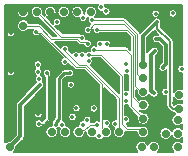
<source format=gbr>
%FSLAX35Y35*%
%MOIN*%
G04 EasyPC Gerber Version 18.0.9 Build 3640 *
%ADD96C,0.00300*%
%ADD10C,0.00500*%
%ADD16C,0.00600*%
%ADD84C,0.01000*%
%ADD15C,0.01200*%
%ADD95C,0.01400*%
%ADD12C,0.02800*%
X0Y0D02*
D02*
D10*
X1250Y4290D02*
G75*
G02X2768Y4900I1500J-1540D01*
G01*
X4756Y6888*
Y16831*
G75*
G02X5202Y17901I1508*
G01*
X11654Y24300*
G75*
G02X11558Y26520I883J1150*
G01*
G75*
G02X11323Y29050I578J1330*
G01*
G75*
G02X10687Y30250I814J1200*
G01*
G75*
G02X13587I1450*
G01*
G75*
G02X12950Y29050I-1450*
G01*
G75*
G02X13115Y26780I-814J-1200*
G01*
G75*
G02X13701Y24585I-578J-1330*
G01*
G75*
G02X13898Y22280I-864J-1235*
G01*
X7771Y16203*
Y6264*
G75*
G02X7330Y5198I-1507J0*
G01*
X4900Y2768*
G75*
G02Y2750I-2162J-9*
G01*
G75*
G02X4290Y1250I-2150*
G01*
X45210*
G75*
G02X44600Y2750I1540J1500*
G01*
G75*
G02X48750Y3539I2150*
G01*
G75*
G02X52900Y2750I2000J-789*
G01*
G75*
G02X52290Y1250I-2150*
G01*
X57210*
G75*
G02X60250Y4290I1540J1500*
G01*
Y5710*
G75*
G02X56750Y6461I-1500J1540*
G01*
G75*
G02X52600Y7250I-2000J789*
G01*
G75*
G02X56750Y8039I2150*
G01*
G75*
G02X60250Y8790I2000J-789*
G01*
Y10196*
G75*
G02X56614Y11750I-1486J1554*
G01*
G75*
G02X57929Y13731I2150*
G01*
G75*
G02X57471Y14220I1322J1696*
G01*
X57327*
G75*
G02X56480Y14566J1207*
G01*
X55319Y15708*
G75*
G02X54958Y16569I846J861*
G01*
Y19687*
G75*
G02X53239Y21112I-269J1425*
G01*
G75*
G02X54958Y22537I1450*
G01*
Y28361*
G75*
G02X52545Y29969I-1191J828*
G01*
G75*
G02X52813Y30350I1222J-574*
G01*
X53418Y30955*
Y36152*
X52114Y37483*
X52050*
G75*
G02X50069Y38833I-530J1350*
G01*
G75*
G02X52050Y40183I1450*
G01*
X52208*
X51089Y41302*
G75*
G02X50926Y41504I854J854*
G01*
X48598Y39175*
Y34359*
G75*
G02X48811Y34633I1289J-782*
G01*
X49942Y35785*
G75*
G02X52093Y33672I1076J-1056*
G01*
X51394Y32960*
Y22226*
X51924Y21717*
G75*
G02X49836Y19543I-1044J-1087*
G01*
X49135Y20216*
G75*
G02X45100Y21250I-1885J1034*
G01*
G75*
G02X45103Y21368I2151J2*
G01*
X44762Y21709*
Y19736*
X46000Y18499*
G75*
G02X49400Y16750I1250J-1749*
G01*
G75*
G02X46214Y14866I-2150*
G01*
X46743Y14337*
G75*
G02X49408Y12250I515J-2087*
G01*
G75*
G02X45108I-2150*
G01*
G75*
G02X45204Y12885I2150*
G01*
X42357Y15733*
G75*
G02X42047Y16480I748J748*
G01*
Y16635*
G75*
G02X41189Y16615I-460J1375*
G01*
Y13363*
G75*
G02X42960Y11949I320J-1414*
G01*
G75*
G02X41709Y10513I-1450*
G01*
X42309Y9920*
X46096*
G75*
G02X46583Y9801I0J-1058*
G01*
G75*
G02X49378Y7750I645J-2051*
G01*
G75*
G02X45078I-2150*
G01*
G75*
G02X45079Y7805I2149J-4*
G01*
X41874*
G75*
G02X41393Y7920I0J1057*
G01*
G75*
G02X41400Y7750I-2145J-170*
G01*
G75*
G02X37100I-2150*
G01*
G75*
G02X37640Y9175I2150*
G01*
G75*
G02X38263Y12006I356J1406*
G01*
Y18621*
X34337Y22548*
Y11966*
G75*
G02X35957Y9580I687J-1277*
G01*
G75*
G02X33960Y5789I-1160J-1810*
G01*
G75*
G02X31269Y5877I-1328J583*
G01*
G75*
G02X28101Y7714I-1019J1893*
G01*
X28071Y7685*
G75*
G02X27890Y7544I-637J636*
G01*
G75*
G02X23600Y7750I-2140J206*
G01*
G75*
G02X25615Y9896I2150*
G01*
G75*
G02X27141Y11652I1416J311*
G01*
G75*
G02X27137Y11772I1447J117*
G01*
G75*
G02X30037I1450*
G01*
G75*
G02X29896Y11150I-1450J0*
G01*
X30800*
G75*
G02X32537Y11570I1137J-900*
G01*
Y23477*
X27464Y28550*
X24737*
G75*
G02X24100Y28814I0J900*
G01*
X22326Y30587*
G75*
G02X19587Y31250I-1290J663*
G01*
G75*
G02X20374Y32540I1450*
G01*
X12964Y39950*
X12481*
G75*
G02X10357Y41893I-945J1100*
G01*
X8917*
G75*
G02X5100Y43250I-1667J1357*
G01*
G75*
G02X9262Y44007I2150*
G01*
X12437*
G75*
G02X13184Y43698J-1057*
G01*
X17075Y39807*
X18185*
X12324Y45678*
G75*
G02X9600Y47750I-574J2072*
G01*
G75*
G02X13900I2150*
G01*
G75*
G02X13821Y47172I-2150J0*
G01*
X14468Y46524*
G75*
G02X14084Y47750I1767J1226*
G01*
G75*
G02X18384I2150*
G01*
G75*
G02X15005Y45986I-2150*
G01*
X17200Y43787*
G75*
G02X17087Y44350I1336J563*
G01*
G75*
G02X19987I1450*
G01*
G75*
G02X17971Y43015I-1450*
G01*
X20375Y40607*
X26037*
G75*
G02X26370Y40553I0J-1057*
G01*
G75*
G02X28146Y38807I367J-1403*
G01*
G75*
G02X28619Y38691I-9J-1057*
G01*
G75*
G02X30215Y37248I146J-1443*
G01*
G75*
G02X27426Y36693I-1450*
G01*
X26137*
G75*
G02X25389Y37002J1057*
G01*
X24698Y37693*
X17767*
X19735Y35724*
G75*
G02X22587Y35350I1401J-374*
G01*
G75*
G02X22531Y34951I-1451*
G01*
X23522Y33961*
G75*
G02X25874Y34363I1315J-611*
G01*
G75*
G02X27983Y34366I1056J-994*
G01*
G75*
G02X29605Y34676I1035J-1016*
G01*
G75*
G02X31649Y36513I1331J574*
G01*
G75*
G02X33943Y38226I1285J672*
G01*
G75*
G02X36117Y36307I1072J-976*
G01*
X41386*
G75*
G02X42134Y35998J-1057*
G01*
X42962Y35170*
Y39277*
X41400Y40840*
X33004*
G75*
G02X30417Y41740I-1137J900*
G01*
G75*
G02X30436Y41977I1451J1*
G01*
X30225Y41765*
G75*
G02X27326Y41820I-1449J55*
G01*
G75*
G02X29138Y43224I1450*
G01*
X29618Y43704*
G75*
G02X29035Y45722I669J1286*
G01*
G75*
G02X28717Y45864I715J2027*
G01*
G75*
G02Y45841I-1440J-12*
G01*
G75*
G02X25827Y45671I-1450*
G01*
G75*
G02X23130Y47750I-548J2079*
G01*
G75*
G02X27430I2150*
G01*
G75*
G02X27379Y47286I-2150J1*
G01*
G75*
G02X27663Y47236I-111J-1447*
G01*
G75*
G02X27600Y47750I2087J515*
G01*
G75*
G02X31900I2150*
G01*
G75*
G02X31173Y46138I-2150*
G01*
G75*
G02X31264Y46061I-887J-1148*
G01*
X40624*
G75*
G02X41372Y45752J-1057*
G01*
X46007Y41116*
G75*
G02X46274Y40669I-748J-748*
G01*
G75*
G02X46293Y40689I991J-933*
G01*
X50614Y45009*
G75*
G02X51356Y45755I1329J-580*
G01*
G75*
G02X49932Y47205I26J1450*
G01*
G75*
G02X52832I1450*
G01*
G75*
G02X51969Y45879I-1450*
G01*
G75*
G02X53150Y43626I-26J-1450*
G01*
Y42656*
X57019Y38787*
G75*
G02X57373Y37933I-854J-854*
G01*
Y21055*
G75*
G02X60250Y22019I1922J-963*
G01*
Y27308*
G75*
G02X58574Y28740I-226J1432*
G01*
G75*
G02X60250Y30172I1450*
G01*
Y50203*
X34411*
G75*
G02X34737Y49388I-1120J-921*
G01*
G75*
G02X36375Y47950I188J-1438*
G01*
G75*
G02X33479Y47844I-1450*
G01*
G75*
G02X32172Y50203I-188J1438*
G01*
X1250*
Y4290*
X1643Y27736D02*
G75*
G02X4543I1450D01*
G01*
G75*
G02X1643I-1450*
G01*
X1687Y40706D02*
G75*
G02X4587I1450D01*
G01*
G75*
G02X1687I-1450*
G01*
X5100Y47750D02*
G75*
G02X9400I2150D01*
G01*
G75*
G02X5100I-2150*
G01*
X10820Y13695D02*
G75*
G02X13720I1450D01*
G01*
G75*
G02X10820I-1450*
G01*
X13602Y9631D02*
G75*
G02X11015Y10531I-1137J900D01*
G01*
G75*
G02X13602Y11431I1450*
G01*
X13646*
X14535Y12321*
Y26031*
G75*
G02X13687Y27350I602J1319*
G01*
G75*
G02X16587I1450*
G01*
G75*
G02X16335Y26534I-1450*
G01*
Y11949*
G75*
G02X16072Y11313I-900*
G01*
X14656Y9895*
G75*
G02X14019Y9631I-637J636*
G01*
X13602*
X16697Y9939D02*
G75*
G02X16864Y10981I1417J307D01*
G01*
Y11038*
G75*
G02X17230Y11922I1250*
G01*
X17976Y12668*
Y25659*
G75*
G02X18343Y26543I1250*
G01*
X20043Y28243*
G75*
G02X20926Y28609I884J-884*
G01*
X22202*
G75*
G02X24387Y27359I735J-1250*
G01*
G75*
G02X22202Y26109I-1450*
G01*
X21444*
X20476Y25141*
Y12150*
G75*
G02X20383Y11676I-1250J0*
G01*
G75*
G02X21545Y9880I-242J-1431*
G01*
G75*
G02X23400Y7750I-295J-2130*
G01*
G75*
G02X19100I-2150*
G01*
G75*
G02X19472Y8960I2150J0*
G01*
G75*
G02X19128Y9209I669J1285*
G01*
G75*
G02X18603Y8880I-1014J1037*
G01*
G75*
G02X18900Y7789I-1853J-1091*
G01*
G75*
G02X14600I-2150*
G01*
G75*
G02X16697Y9939I2150*
G01*
X18600Y47750D02*
G75*
G02X22900I2150D01*
G01*
G75*
G02X18600I-2150*
G01*
X21687Y23550D02*
G75*
G02X24587I1450D01*
G01*
G75*
G02X21687I-1450*
G01*
X22187Y12750D02*
G75*
G02X25087I1450D01*
G01*
G75*
G02X22187I-1450*
G01*
X23554Y15610D02*
G75*
G02X26454I1450D01*
G01*
G75*
G02X23554I-1450*
G01*
X29351Y15620D02*
G75*
G02X32251I1450D01*
G01*
G75*
G02X29351I-1450*
G01*
X55700Y47283D02*
G75*
G02X58600I1450D01*
G01*
G75*
G02X55700I-1450*
G01*
X1250Y27736D02*
G36*
Y4290D01*
G75*
G02X2768Y4900I1500J-1540*
G01*
X4756Y6888*
Y16831*
G75*
G02X5202Y17901I1508*
G01*
X11654Y24300*
G75*
G02X11558Y26520I883J1150*
G01*
G75*
G02X10691Y27736I578J1330*
G01*
X4543*
G75*
G02X1643I-1450*
G01*
X1250*
G37*
X1643D02*
G36*
G75*
G02X4543I1450D01*
G01*
X10691*
G75*
G02X11323Y29050I1445J114*
G01*
G75*
G02X10687Y30250I814J1200*
G01*
G75*
G02X13587I1450*
G01*
G75*
G02X12950Y29050I-1450*
G01*
G75*
G02X13582Y27736I-814J-1200*
G01*
X13739*
G75*
G02X16534I1398J-386*
G01*
X19536*
X20043Y28243*
G75*
G02X20926Y28609I884J-884*
G01*
X22202*
G75*
G02X24337Y27736I735J-1250*
G01*
X28278*
X27464Y28550*
X24737*
G75*
G02X24100Y28814I0J900*
G01*
X22326Y30587*
G75*
G02X19587Y31250I-1290J663*
G01*
G75*
G02X20374Y32540I1450*
G01*
X12964Y39950*
X12481*
G75*
G02X10128Y40706I-945J1100*
G01*
X4587*
G75*
G02X1687I-1450*
G01*
X1250*
Y27736*
X1643*
G37*
X13582D02*
G36*
G75*
G02X13115Y26780I-1446J114D01*
G01*
G75*
G02X13701Y24585I-578J-1330*
G01*
G75*
G02X14331Y23550I-864J-1235*
G01*
X14535*
Y26031*
G75*
G02X13687Y27350I602J1319*
G01*
G75*
G02X13739Y27736I1450*
G01*
X13582*
G37*
X16534D02*
G36*
G75*
G02X16587Y27350I-1398J-386D01*
G01*
G75*
G02X16335Y26534I-1450*
G01*
Y23550*
X17976*
Y25659*
G75*
G02X18343Y26543I1250*
G01*
X19536Y27736*
X16534*
G37*
X24337D02*
G36*
G75*
G02X24387Y27359I-1400J-378D01*
G01*
G75*
G02X22202Y26109I-1450*
G01*
X21444*
X20476Y25141*
Y23550*
X21687*
G75*
G02X24587I1450*
G01*
X32464*
X28278Y27736*
X24337*
G37*
X1687Y40706D02*
G36*
G75*
G02X4587I1450D01*
G01*
X10128*
G75*
G02X10357Y41893I1409J344*
G01*
X8917*
G75*
G02X5100Y43250I-1667J1357*
G01*
G75*
G02X9262Y44007I2150*
G01*
X12437*
G75*
G02X13184Y43698J-1057*
G01*
X17075Y39807*
X18185*
X12324Y45678*
G75*
G02X9600Y47750I-574J2072*
G01*
X9400*
G75*
G02X5100I-2150*
G01*
X1250*
Y40706*
X1687*
G37*
X5100Y47750D02*
G36*
G75*
G02X9400I2150D01*
G01*
X9600*
G75*
G02X13900I2150*
G01*
G75*
G02X13821Y47172I-2150J0*
G01*
X14468Y46524*
G75*
G02X14084Y47750I1767J1226*
G01*
G75*
G02X18384I2150*
G01*
X18600*
G75*
G02X22900I2150*
G01*
X23130*
G75*
G02X27430I2150*
G01*
G75*
G02X27379Y47286I-2150J1*
G01*
G75*
G02X27663Y47236I-111J-1447*
G01*
G75*
G02X27600Y47750I2087J515*
G01*
G75*
G02X31900I2150*
G01*
G75*
G02X31173Y46138I-2150*
G01*
G75*
G02X31264Y46061I-887J-1148*
G01*
X40624*
G75*
G02X41372Y45752J-1057*
G01*
X46007Y41116*
G75*
G02X46274Y40669I-748J-748*
G01*
G75*
G02X46293Y40689I991J-933*
G01*
X50614Y45009*
G75*
G02X51356Y45755I1329J-580*
G01*
G75*
G02X49932Y47205I26J1450*
G01*
G75*
G02X52726Y47750I1450*
G01*
X55777*
G75*
G02X58522I1373J-467*
G01*
X60250*
Y50203*
X34411*
G75*
G02X34737Y49388I-1120J-921*
G01*
G75*
G02X36375Y47950I188J-1438*
G01*
G75*
G02X33479Y47844I-1450*
G01*
G75*
G02X32172Y50203I-188J1438*
G01*
X1250*
Y47750*
X5100*
G37*
X18384D02*
G36*
G75*
G02X15005Y45986I-2150D01*
G01*
X17200Y43787*
G75*
G02X17087Y44350I1336J563*
G01*
G75*
G02X19987I1450*
G01*
G75*
G02X17971Y43015I-1450*
G01*
X20375Y40607*
X26037*
G75*
G02X26370Y40553I0J-1057*
G01*
G75*
G02X28146Y38807I367J-1403*
G01*
G75*
G02X28619Y38691I-9J-1057*
G01*
G75*
G02X30215Y37248I146J-1443*
G01*
G75*
G02X27426Y36693I-1450*
G01*
X26137*
G75*
G02X25389Y37002J1057*
G01*
X24698Y37693*
X17767*
X19735Y35724*
G75*
G02X22587Y35350I1401J-374*
G01*
G75*
G02X22531Y34951I-1451*
G01*
X23522Y33961*
G75*
G02X25874Y34363I1315J-611*
G01*
G75*
G02X27983Y34366I1056J-994*
G01*
G75*
G02X29605Y34676I1035J-1016*
G01*
G75*
G02X31649Y36513I1331J574*
G01*
G75*
G02X33943Y38226I1285J672*
G01*
G75*
G02X36117Y36307I1072J-976*
G01*
X41386*
G75*
G02X42134Y35998J-1057*
G01*
X42962Y35170*
Y39277*
X41400Y40840*
X33004*
G75*
G02X30417Y41740I-1137J900*
G01*
G75*
G02X30436Y41977I1451J1*
G01*
X30225Y41765*
G75*
G02X27326Y41820I-1449J55*
G01*
G75*
G02X29138Y43224I1450*
G01*
X29618Y43704*
G75*
G02X29035Y45722I669J1286*
G01*
G75*
G02X28717Y45864I715J2027*
G01*
G75*
G02Y45841I-1440J-12*
G01*
G75*
G02X25827Y45671I-1450*
G01*
G75*
G02X23130Y47750I-548J2079*
G01*
X22900*
G75*
G02X18600I-2150*
G01*
X18384*
G37*
X52726D02*
G36*
G75*
G02X52832Y47205I-1344J-545D01*
G01*
G75*
G02X51969Y45879I-1450*
G01*
G75*
G02X53150Y43626I-26J-1450*
G01*
Y42656*
X57019Y38787*
G75*
G02X57373Y37933I-854J-854*
G01*
Y21055*
G75*
G02X60250Y22019I1922J-963*
G01*
Y27308*
G75*
G02X58574Y28740I-226J1432*
G01*
G75*
G02X60250Y30172I1450*
G01*
Y47750*
X58522*
G75*
G02X58600Y47283I-1373J-467*
G01*
G75*
G02X55700I-1450*
G01*
G75*
G02X55777Y47750I1450*
G01*
X52726*
G37*
X7771Y13695D02*
G36*
Y6264D01*
G75*
G02X7330Y5198I-1507J0*
G01*
X4900Y2768*
G75*
G02Y2750I-2162J-9*
G01*
G75*
G02X4290Y1250I-2150*
G01*
X45210*
G75*
G02X44600Y2750I1540J1500*
G01*
G75*
G02X48750Y3539I2150*
G01*
G75*
G02X52900Y2750I2000J-789*
G01*
G75*
G02X52290Y1250I-2150*
G01*
X57210*
G75*
G02X60250Y4290I1540J1500*
G01*
Y5710*
G75*
G02X56750Y6461I-1500J1540*
G01*
G75*
G02X52600Y7250I-2000J789*
G01*
G75*
G02X56750Y8039I2150*
G01*
G75*
G02X60250Y8790I2000J-789*
G01*
Y10196*
G75*
G02X56614Y11750I-1486J1554*
G01*
G75*
G02X57929Y13731I2150*
G01*
G75*
G02X57471Y14220I1322J1696*
G01*
X57327*
G75*
G02X56480Y14566J1207*
G01*
X55319Y15708*
G75*
G02X54958Y16569I846J861*
G01*
Y19687*
G75*
G02X53239Y21112I-269J1425*
G01*
G75*
G02X54958Y22537I1450*
G01*
Y28361*
G75*
G02X52545Y29969I-1191J828*
G01*
G75*
G02X52813Y30350I1222J-574*
G01*
X53418Y30955*
Y36152*
X52114Y37483*
X52050*
G75*
G02X50069Y38833I-530J1350*
G01*
G75*
G02X52050Y40183I1450*
G01*
X52208*
X51089Y41302*
G75*
G02X50926Y41504I854J854*
G01*
X48598Y39175*
Y34359*
G75*
G02X48811Y34633I1289J-782*
G01*
X49942Y35785*
G75*
G02X52093Y33672I1076J-1056*
G01*
X51394Y32960*
Y22226*
X51924Y21717*
G75*
G02X49836Y19543I-1044J-1087*
G01*
X49135Y20216*
G75*
G02X45100Y21250I-1885J1034*
G01*
G75*
G02X45103Y21368I2151J2*
G01*
X44762Y21709*
Y19736*
X46000Y18499*
G75*
G02X49400Y16750I1250J-1749*
G01*
G75*
G02X46214Y14866I-2150*
G01*
X46743Y14337*
G75*
G02X49408Y12250I515J-2087*
G01*
G75*
G02X45108I-2150*
G01*
G75*
G02X45204Y12885I2150*
G01*
X42357Y15733*
G75*
G02X42047Y16480I748J748*
G01*
Y16635*
G75*
G02X41189Y16615I-460J1375*
G01*
Y13363*
G75*
G02X42960Y11949I320J-1414*
G01*
G75*
G02X41709Y10513I-1450*
G01*
X42309Y9920*
X46096*
G75*
G02X46583Y9801I0J-1058*
G01*
G75*
G02X49378Y7750I645J-2051*
G01*
G75*
G02X45079I-2150*
G01*
G75*
G02Y7805I2149J28*
G01*
X41874*
G75*
G02X41393Y7920I0J1057*
G01*
G75*
G02X41400Y7750I-2145J-170*
G01*
G75*
G02X37100I-2150*
G01*
G75*
G02X37640Y9175I2150*
G01*
G75*
G02X38263Y12006I356J1406*
G01*
Y18621*
X34337Y22548*
Y11966*
G75*
G02X35957Y9580I687J-1277*
G01*
G75*
G02X33960Y5789I-1160J-1810*
G01*
G75*
G02X31269Y5877I-1328J583*
G01*
G75*
G02X28101Y7714I-1019J1893*
G01*
X28071Y7685*
G75*
G02X27890Y7544I-637J636*
G01*
G75*
G02X23600Y7750I-2140J206*
G01*
G75*
G02X25615Y9896I2150*
G01*
G75*
G02X27141Y11652I1416J311*
G01*
G75*
G02X27137Y11772I1447J117*
G01*
G75*
G02X30037I1450*
G01*
G75*
G02X29896Y11150I-1450J0*
G01*
X30800*
G75*
G02X32537Y11570I1137J-900*
G01*
Y13695*
X24737*
G75*
G02X25087Y12750I-1100J-945*
G01*
G75*
G02X22187I-1450*
G01*
G75*
G02X22537Y13695I1450*
G01*
X20476*
Y12150*
G75*
G02X20383Y11676I-1250J0*
G01*
G75*
G02X21545Y9880I-242J-1431*
G01*
G75*
G02X23400Y7750I-295J-2130*
G01*
G75*
G02X19100I-2150*
G01*
G75*
G02X19472Y8960I2150J0*
G01*
G75*
G02X19128Y9209I669J1285*
G01*
G75*
G02X18603Y8880I-1014J1037*
G01*
G75*
G02X18900Y7789I-1853J-1091*
G01*
G75*
G02X14600I-2150*
G01*
G75*
G02X16697Y9939I2150*
G01*
G75*
G02X16864Y10981I1417J307*
G01*
Y11038*
G75*
G02X17230Y11922I1250*
G01*
X17976Y12668*
Y13695*
X16335*
Y11949*
G75*
G02X16072Y11313I-900*
G01*
X14656Y9895*
G75*
G02X14019Y9631I-637J636*
G01*
X13602*
G75*
G02X11015Y10531I-1137J900*
G01*
G75*
G02X13602Y11431I1450*
G01*
X13646*
X14535Y12321*
Y13695*
X13720*
G75*
G02X10820I-1450*
G01*
X7771*
G37*
X10820D02*
G36*
G75*
G02X13720I1450D01*
G01*
X14535*
Y15610*
X7771*
Y13695*
X10820*
G37*
X17976D02*
G36*
Y15610D01*
X16337*
Y13695*
X17976*
G37*
X22537D02*
G36*
G75*
G02X24737I1100J-945D01*
G01*
X32537*
Y15610*
X32251*
G75*
G02X29351I-1450J10*
G01*
X26454*
G75*
G02X23554I-1450*
G01*
X20476*
Y13695*
X22537*
G37*
X14331Y23550D02*
G36*
G75*
G02X13898Y22280I-1494J-200D01*
G01*
X7771Y16203*
Y15610*
X14535*
Y23550*
X14331*
G37*
X16337Y23549D02*
G36*
Y15610D01*
X17976*
Y23549*
X16337*
G37*
X20476Y23550D02*
G36*
Y15610D01*
X23554*
G75*
G02X26454I1450*
G01*
X29351*
G75*
G02Y15620I1450J5*
G01*
G75*
G02X32251I1450*
G01*
G75*
G02Y15610I-1454J-5*
G01*
X32537*
Y23477*
X32464Y23550*
X24587*
G75*
G02X21687I-1450*
G01*
X20476*
G37*
X29774Y30102D02*
X39074Y20801D01*
Y25977*
X32759Y32293*
X30139*
G75*
G02X29774Y30102I-1102J-943*
G01*
G36*
X39074Y20801*
Y25977*
X32759Y32293*
X30139*
G75*
G02X29774Y30102I-1102J-943*
G01*
G37*
X41057Y26928D02*
G75*
G02X41189Y26415I-925J-513D01*
G01*
Y21750*
G75*
G02X42047Y21675I308J-1417*
G01*
Y26715*
G75*
G02X41057Y26928I-210J1435*
G01*
G36*
G75*
G02X41189Y26415I-925J-513*
G01*
Y21750*
G75*
G02X42047Y21675I308J-1417*
G01*
Y26715*
G75*
G02X41057Y26928I-210J1435*
G01*
G37*
X60250Y17330D02*
Y18166D01*
G75*
G02X57373Y19130I-955J1926*
G01*
Y17075*
X57621Y16831*
G75*
G02X60250Y17330I1629J-1404*
G01*
G36*
Y18166*
G75*
G02X57373Y19130I-955J1926*
G01*
Y17075*
X57621Y16831*
G75*
G02X60250Y17330I1629J-1404*
G01*
G37*
D02*
D12*
X2750Y2750D03*
Y7750D03*
X7250Y43250D03*
Y47750D03*
X11750D03*
X12250Y7750D03*
X16234Y47750D03*
X16750Y7789D03*
X20750Y47750D03*
X21250Y7750D03*
X25280Y47750D03*
X25750Y7750D03*
X29750Y47750D03*
X30250Y7770D03*
X34797D03*
X39250Y7750D03*
X46750Y2750D03*
X47228Y7750D03*
X47248Y30250D03*
X47250Y16750D03*
Y21250D03*
Y25750D03*
X47258Y12250D03*
X50750Y2750D03*
X54750Y2720D03*
Y7250D03*
X58750Y2750D03*
Y7250D03*
X58764Y11750D03*
X59250Y15427D03*
X59295Y20093D03*
D02*
D15*
X12837Y23350D02*
Y23404D01*
X6264Y16831*
Y6264*
X2750Y2750*
X47248Y30250D02*
Y39734D01*
X51943Y44429*
X50880Y20630D02*
X50841D01*
X49887Y21583*
Y33577*
X51018Y34728*
X53767Y29189D02*
Y29395D01*
X54768Y30396*
Y36703*
X52681Y38833*
X51520*
D02*
D16*
X51943Y44429D02*
Y42156D01*
X56165Y37933*
Y21319*
X56185Y21299*
Y16569*
X57327Y15427*
X59250*
D02*
D84*
X22937Y27359D02*
X20926D01*
X19226Y25659*
Y12150*
X18114Y11038*
Y10246*
D02*
D95*
X3093Y27736D03*
X3137Y40706D03*
X9085Y28324D03*
X9565Y40310D03*
X9596Y49289D03*
X11537Y41050D03*
X12137Y27850D03*
Y30250D03*
X12270Y13695D03*
X12465Y10531D03*
X12511Y35982D03*
X12537Y25450D03*
X12837Y23350D03*
X15137Y27350D03*
X18114Y10246D03*
X18537Y44350D03*
X19502Y5679D03*
X20142Y10246D03*
X21037Y31250D03*
X21137Y35350D03*
X22937Y27359D03*
X22963Y29404D03*
X23054Y37274D03*
X23137Y23550D03*
X23637Y12750D03*
X24837Y33350D03*
X25004Y15610D03*
X26737Y39150D03*
X26930Y33370D03*
X26937Y27550D03*
X27031Y10207D03*
X27267Y45841D03*
X28587Y11772D03*
X28765Y37248D03*
X28776Y41820D03*
X29018Y33350D03*
X29037Y31350D03*
X30287Y44990D03*
X30801Y15620D03*
X30834Y37393D03*
X30937Y35250D03*
X31867Y41740D03*
X31937Y10250D03*
X32632Y6372D03*
X32934Y37185D03*
X32936Y31357D03*
X33291Y49281D03*
X34925Y47950D03*
X35015Y37250D03*
X35024Y10689D03*
X36962Y17538D03*
X37996Y10581D03*
X41411Y30450D03*
X41470Y22701D03*
X41498Y20333D03*
X41510Y11949D03*
X41587Y18010D03*
X41837Y28150D03*
X42465Y48719D03*
X42691Y7469D03*
X44441Y13091D03*
X49458Y14264D03*
X50880Y20630D03*
X51018Y34728D03*
X51126Y36815D03*
X51382Y47205D03*
X51520Y38833D03*
X51726Y29350D03*
X51943Y44429D03*
X53767Y29189D03*
X54689Y21112D03*
X55073Y47397D03*
X57150Y47283D03*
X57583Y17569D03*
X58114Y29498D03*
X60024Y28740D03*
D02*
D96*
X11537Y41050D02*
Y40850D01*
X13337*
X24737Y29450*
X27837*
X33437Y23850*
Y9130*
X34797Y7770*
X12465Y10531D02*
X14019D01*
X15437Y11949*
Y27050*
X15137Y27350*
X21137Y35350D02*
Y34850D01*
X25928Y30059*
X28321*
X39321Y19059*
Y7821*
X39250Y7750*
X26737Y39150D02*
X26437D01*
X26037Y39550*
X19937*
Y39563*
X11750Y47750*
X28765Y37248D02*
X28638D01*
X28137Y37750*
X26137*
X25137Y38750*
X16637*
X12437Y42950*
X7550*
X7250Y43250*
X28776Y41820D02*
X29007D01*
X30837Y43650*
X40866*
X44581Y39935*
Y23163*
X46494Y21250*
X47250*
X29018Y33350D02*
X33197D01*
X40132Y26415*
Y10585*
X40152*
X41874Y8862*
X46096*
X47209Y7750*
X47228*
X30937Y35250D02*
X41386D01*
X43104Y33532*
Y16480*
X46426Y13159*
X47209*
X47258Y13110*
Y12250*
X31867Y41740D02*
X41772D01*
X43862Y39650*
Y19363*
X46476Y16750*
X47250*
X31937Y10250D02*
X29364D01*
X27435Y8321*
X26321*
X25750Y7750*
X47250Y25750D02*
X46669D01*
X45260Y27159*
Y40368*
X40624Y45004*
X30287*
Y44990*
X0Y0D02*
M02*

</source>
